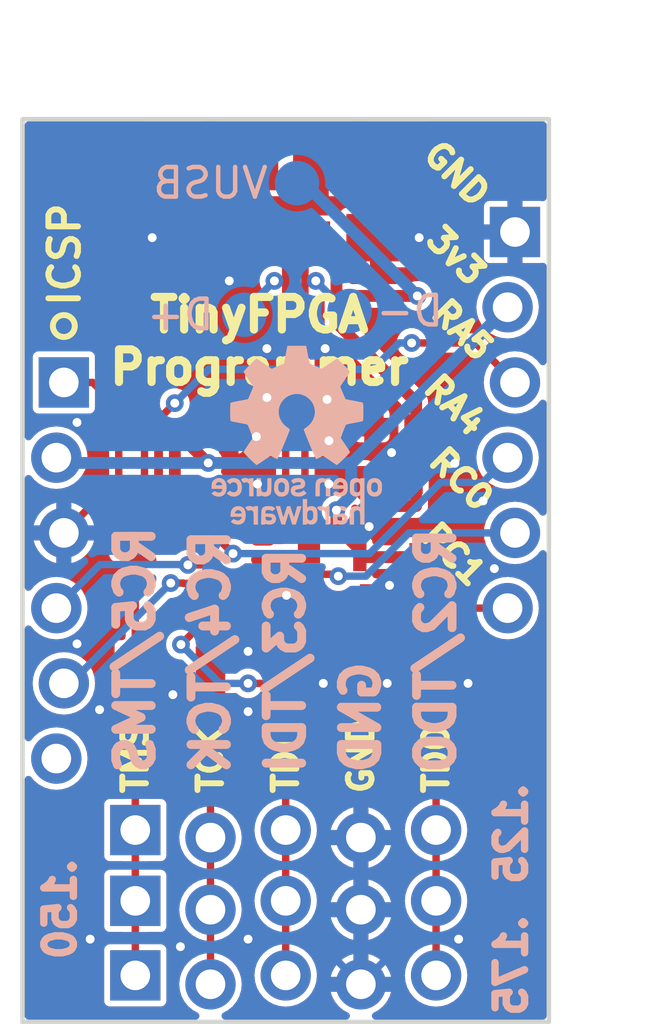
<source format=kicad_pcb>
(kicad_pcb (version 20221018) (generator pcbnew)
  (layers (0 "F.Cu" signal) (31 "B.Cu" signal) (34 "B.Paste" user) (35 "F.Paste" user) (36 "B.SilkS" user "B.Silkscreen") (37 "F.SilkS" user "F.Silkscreen") (38 "B.Mask" user) (39 "F.Mask" user) (44 "Edge.Cuts" user))
  (net 0 "")
  (net 1 "+5V")
  (net 2 "GND")
  (net 3 "+3V3")
  (net 4 "Net-(C4-Pad2)")
  (net 5 "Net-(J1-Pad2)")
  (net 6 "Net-(J1-Pad3)")
  (net 7 "Net-(J1-Pad4)")
  (net 8 "Net-(J2-Pad1)")
  (net 9 "Net-(J2-Pad2)")
  (net 10 "Net-(J2-Pad3)")
  (net 11 "Net-(J2-Pad5)")
  (net 12 "VPP")
  (net 13 "ICSPDAT")
  (net 14 "ICSPCLK")
  (net 15 "Net-(J3-Pad6)")
  (net 16 "RA4")
  (net 17 "RA5")
  (footprint "Capacitors_SMD:C_0603" (layer "F.Cu") (at 150.9776 110.6678 180)
    (fp_text reference "C1")
    (fp_text value "1uF")
    (pad "1" smd rect (at -0.75 0 180) (size 0.8 0.75) (layers "F.Cu" "F.Paste" "F.Mask") (net 1 "+5V"))
    (pad "2" smd rect (at 0.75 0 180) (size 0.8 0.75) (layers "F.Cu" "F.Paste" "F.Mask") (net 2 "GND"))
  )
  (footprint "Capacitors_SMD:C_0603" (layer "F.Cu") (at 150.9776 116.4082 180)
    (fp_text reference "C2")
    (fp_text value "1uF")
    (pad "1" smd rect (at -0.75 0 180) (size 0.8 0.75) (layers "F.Cu" "F.Paste" "F.Mask") (net 3 "+3V3"))
    (pad "2" smd rect (at 0.75 0 180) (size 0.8 0.75) (layers "F.Cu" "F.Paste" "F.Mask") (net 2 "GND"))
  )
  (footprint "Capacitors_SMD:C_0603" (layer "F.Cu") (at 144.5514 111.0488)
    (fp_text reference "C3")
    (fp_text value "100nF")
    (pad "1" smd rect (at -0.75 0) (size 0.8 0.75) (layers "F.Cu" "F.Paste" "F.Mask") (net 3 "+3V3"))
    (pad "2" smd rect (at 0.75 0) (size 0.8 0.75) (layers "F.Cu" "F.Paste" "F.Mask") (net 2 "GND"))
  )
  (footprint "Capacitors_SMD:C_0603" (layer "F.Cu") (at 148.1074 115.6716 90)
    (fp_text reference "C4")
    (fp_text value "1uF")
    (pad "1" smd rect (at -0.75 0 90) (size 0.8 0.75) (layers "F.Cu" "F.Paste" "F.Mask") (net 2 "GND"))
    (pad "2" smd rect (at 0.75 0 90) (size 0.8 0.75) (layers "F.Cu" "F.Paste" "F.Mask") (net 4 "Net-(C4-Pad2)"))
  )
  (footprint "Pin_Headers:Pin_Header_Straight_1x05_Pitch2.54mm" (layer "F.Cu") (at 142.24 124.46 90)
    (fp_text reference "J2")
    (fp_text value "JTAG" hide)
    (pad "1" thru_hole rect (at 0.127 0 90) (size 1.7 1.7) (drill 1) (layers "*.Cu" "*.Mask") (net 8 "Net-(J2-Pad1)"))
    (pad "2" thru_hole oval (at -0.127 2.54 90) (size 1.7 1.7) (drill 1) (layers "*.Cu" "*.Mask") (net 9 "Net-(J2-Pad2)"))
    (pad "3" thru_hole oval (at 0.127 5.08 90) (size 1.7 1.7) (drill 1) (layers "*.Cu" "*.Mask") (net 10 "Net-(J2-Pad3)"))
    (pad "4" thru_hole oval (at -0.127 7.62 90) (size 1.7 1.7) (drill 1) (layers "*.Cu" "*.Mask") (net 2 "GND"))
    (pad "5" thru_hole oval (at 0.127 10.16 90) (size 1.7 1.7) (drill 1) (layers "*.Cu" "*.Mask") (net 11 "Net-(J2-Pad5)"))
  )
  (footprint "Pin_Headers:Pin_Header_Straight_1x06_Pitch2.54mm" (layer "F.Cu") (at 139.7 109.22)
    (fp_text reference "J3")
    (fp_text value "ICSP" (at 0.1524 -4.318 90) (layer "F.SilkS") (effects (font (thickness 0.2))))
    (pad "1" thru_hole rect (at 0.127 0) (size 1.7 1.7) (drill 1) (layers "*.Cu" "*.Mask") (net 12 "VPP"))
    (pad "2" thru_hole oval (at -0.127 2.54) (size 1.7 1.7) (drill 1) (layers "*.Cu" "*.Mask") (net 3 "+3V3"))
    (pad "3" thru_hole oval (at 0.127 5.08) (size 1.7 1.7) (drill 1) (layers "*.Cu" "*.Mask") (net 2 "GND"))
    (pad "4" thru_hole oval (at -0.127 7.62) (size 1.7 1.7) (drill 1) (layers "*.Cu" "*.Mask") (net 13 "ICSPDAT"))
    (pad "5" thru_hole oval (at 0.127 10.16) (size 1.7 1.7) (drill 1) (layers "*.Cu" "*.Mask") (net 14 "ICSPCLK"))
    (pad "6" thru_hole oval (at -0.127 12.7) (size 1.7 1.7) (drill 1) (layers "*.Cu" "*.Mask") (net 15 "Net-(J3-Pad6)"))
  )
  (footprint "Housings_DFN_QFN:QFN-16-1EP_4x4mm_Pitch0.65mm" (layer "F.Cu") (at 144.5514 114.8788)
    (fp_text reference "U1")
    (fp_text value "PIC16F1455-QFN16")
    (pad "1" smd oval (at -2 -0.975) (size 0.8 0.35) (layers "F.Cu" "F.Paste" "F.Mask") (net 17 "RA5"))
    (pad "2" smd oval (at -2 -0.325) (size 0.8 0.35) (layers "F.Cu" "F.Paste" "F.Mask") (net 16 "RA4"))
    (pad "3" smd oval (at -2 0.325) (size 0.8 0.35) (layers "F.Cu" "F.Paste" "F.Mask") (net 12 "VPP"))
    (pad "4" smd oval (at -2 0.975) (size 0.8 0.35) (layers "F.Cu" "F.Paste" "F.Mask") (net 8 "Net-(J2-Pad1)"))
    (pad "5" smd oval (at -0.975 2 90) (size 0.8 0.35) (layers "F.Cu" "F.Paste" "F.Mask") (net 9 "Net-(J2-Pad2)"))
    (pad "6" smd oval (at -0.325 2 90) (size 0.8 0.35) (layers "F.Cu" "F.Paste" "F.Mask") (net 10 "Net-(J2-Pad3)"))
    (pad "7" smd oval (at 0.325 2 90) (size 0.8 0.35) (layers "F.Cu" "F.Paste" "F.Mask") (net 11 "Net-(J2-Pad5)"))
    (pad "8" smd oval (at 0.975 2 90) (size 0.8 0.35) (layers "F.Cu" "F.Paste" "F.Mask") (net 14 "ICSPCLK"))
    (pad "9" smd oval (at 2 0.975) (size 0.8 0.35) (layers "F.Cu" "F.Paste" "F.Mask") (net 13 "ICSPDAT"))
    (pad "10" smd oval (at 2 0.325) (size 0.8 0.35) (layers "F.Cu" "F.Paste" "F.Mask") (net 4 "Net-(C4-Pad2)"))
    (pad "11" smd oval (at 2 -0.325) (size 0.8 0.35) (layers "F.Cu" "F.Paste" "F.Mask") (net 5 "Net-(J1-Pad2)"))
    (pad "12" smd oval (at 2 -0.975) (size 0.8 0.35) (layers "F.Cu" "F.Paste" "F.Mask") (net 6 "Net-(J1-Pad3)"))
    (pad "13" smd oval (at 0.975 -2 90) (size 0.8 0.35) (layers "F.Cu" "F.Paste" "F.Mask") (net 2 "GND"))
    (pad "14" smd oval (at 0.325 -2 90) (size 0.8 0.35) (layers "F.Cu" "F.Paste" "F.Mask"))
    (pad "15" smd oval (at -0.325 -2 90) (size 0.8 0.35) (layers "F.Cu" "F.Paste" "F.Mask"))
    (pad "16" smd oval (at -0.975 -2 90) (size 0.8 0.35) (layers "F.Cu" "F.Paste" "F.Mask") (net 3 "+3V3"))
  )
  (footprint "TinyFPGA:FCI-Micro-USB" (layer "F.Cu") (at 147.32 101.7825 180)
    (fp_text reference "J1")
    (fp_text value "USB")
    (pad "1" smd rect (at -1.3 -2.675 270) (size 1.35 0.4) (layers "F.Cu" "F.Paste" "F.Mask") (net 1 "+5V"))
    (pad "2" smd rect (at -0.65 -2.675 270) (size 1.35 0.4) (layers "F.Cu" "F.Paste" "F.Mask") (net 5 "Net-(J1-Pad2)"))
    (pad "3" smd rect (at 0 -2.675 270) (size 1.35 0.4) (layers "F.Cu" "F.Paste" "F.Mask") (net 6 "Net-(J1-Pad3)"))
    (pad "4" smd rect (at 0.65 -2.675 270) (size 1.35 0.4) (layers "F.Cu" "F.Paste" "F.Mask") (net 7 "Net-(J1-Pad4)"))
    (pad "5" smd rect (at 1.3 -2.675 270) (size 1.35 0.4) (layers "F.Cu" "F.Paste" "F.Mask") (net 2 "GND"))
    (pad "6" smd rect (at -3.8 0 270) (size 1.9 1.8) (layers "F.Cu" "F.Paste" "F.Mask") (net 2 "GND"))
    (pad "6" smd rect (at -3.1 -2.55 180) (size 2.1 1.6) (layers "F.Cu" "F.Paste" "F.Mask") (net 2 "GND"))
    (pad "6" smd rect (at -1.2 0 270) (size 1.9 1.9) (layers "F.Cu" "F.Paste" "F.Mask") (net 2 "GND"))
    (pad "6" smd rect (at 1.2 0 270) (size 1.9 1.9) (layers "F.Cu" "F.Paste" "F.Mask") (net 2 "GND"))
    (pad "6" smd rect (at 3.1 -2.55 180) (size 2.1 1.6) (layers "F.Cu" "F.Paste" "F.Mask") (net 2 "GND"))
    (pad "6" smd rect (at 3.8 0 270) (size 1.9 1.8) (layers "F.Cu" "F.Paste" "F.Mask") (net 2 "GND"))
  )
  (footprint "TinyFPGA:SOT23" (layer "F.Cu") (at 150.7744 113.8174)
    (fp_text reference "U2")
    (fp_text value "MIC5504-3.3YM5-TR")
    (pad "1" smd rect (at 0.95 -1.3) (size 0.45 0.95) (layers "F.Cu" "F.Paste" "F.Mask") (net 1 "+5V"))
    (pad "2" smd rect (at 0 -1.3) (size 0.45 0.95) (layers "F.Cu" "F.Paste" "F.Mask") (net 2 "GND"))
    (pad "3" smd rect (at -0.95 -1.3) (size 0.45 0.95) (layers "F.Cu" "F.Paste" "F.Mask") (net 1 "+5V"))
    (pad "4" smd rect (at -0.95 1.3) (size 0.45 0.95) (layers "F.Cu" "F.Paste" "F.Mask") (net 3 "+3V3"))
    (pad "5" smd rect (at 0.95 1.3) (size 0.45 0.95) (layers "F.Cu" "F.Paste" "F.Mask") (net 3 "+3V3"))
  )
  (footprint "Pin_Headers:Pin_Header_Straight_1x05_Pitch2.54mm" (layer "F.Cu") (at 142.24 126.873 90)
    (fp_text reference "J2")
    (fp_text value "JTAG" hide)
    (pad "1" thru_hole rect (at 0.15 0 90) (size 1.7 1.7) (drill 1) (layers "*.Cu" "*.Mask") (net 8 "Net-(J2-Pad1)"))
    (pad "2" thru_hole oval (at -0.15 2.54 90) (size 1.7 1.7) (drill 1) (layers "*.Cu" "*.Mask") (net 9 "Net-(J2-Pad2)"))
    (pad "3" thru_hole oval (at 0.15 5.08 90) (size 1.7 1.7) (drill 1) (layers "*.Cu" "*.Mask") (net 10 "Net-(J2-Pad3)"))
    (pad "4" thru_hole oval (at -0.15 7.62 90) (size 1.7 1.7) (drill 1) (layers "*.Cu" "*.Mask") (net 2 "GND"))
    (pad "5" thru_hole oval (at 0.15 10.16 90) (size 1.7 1.7) (drill 1) (layers "*.Cu" "*.Mask") (net 11 "Net-(J2-Pad5)"))
  )
  (footprint "Pin_Headers:Pin_Header_Straight_1x05_Pitch2.54mm" (layer "F.Cu") (at 142.24 129.39 90)
    (fp_text reference "J2")
    (fp_text value "JTAG" hide)
    (pad "1" thru_hole rect (at 0.15 0 90) (size 1.7 1.7) (drill 1) (layers "*.Cu" "*.Mask") (net 8 "Net-(J2-Pad1)"))
    (pad "2" thru_hole oval (at -0.15 2.54 90) (size 1.7 1.7) (drill 1) (layers "*.Cu" "*.Mask") (net 9 "Net-(J2-Pad2)"))
    (pad "3" thru_hole oval (at 0.15 5.08 90) (size 1.7 1.7) (drill 1) (layers "*.Cu" "*.Mask") (net 10 "Net-(J2-Pad3)"))
    (pad "4" thru_hole oval (at -0.15 7.62 90) (size 1.7 1.7) (drill 1) (layers "*.Cu" "*.Mask") (net 2 "GND"))
    (pad "5" thru_hole oval (at 0.15 10.16 90) (size 1.7 1.7) (drill 1) (layers "*.Cu" "*.Mask") (net 11 "Net-(J2-Pad5)"))
  )
  (footprint "TinyFPGA:Pin_Header_Straight_1x05_Pitch2.54mm_SMD" (layer "F.Cu") (at 147.32 119.38 90)
    (fp_text reference "J2" hide)
    (fp_text value "JTAG")
    (pad "1" smd rect (at 0 -5.08 90) (size 2.51 1) (layers "F.Cu" "F.Paste" "F.Mask") (net 8 "Net-(J2-Pad1)"))
    (pad "2" smd rect (at 0 -2.54 90) (size 2.51 1) (layers "F.Cu" "F.Paste" "F.Mask") (net 9 "Net-(J2-Pad2)"))
    (pad "3" smd rect (at 0 0 90) (size 2.51 1) (layers "F.Cu" "F.Paste" "F.Mask") (net 10 "Net-(J2-Pad3)"))
    (pad "4" smd rect (at 0 2.54 90) (size 2.51 1) (layers "F.Cu" "F.Paste" "F.Mask") (net 2 "GND"))
    (pad "5" smd rect (at 0 5.08 90) (size 2.51 1) (layers "F.Cu" "F.Paste" "F.Mask") (net 11 "Net-(J2-Pad5)"))
  )
  (footprint "Pin_Headers:Pin_Header_Straight_1x06_Pitch2.54mm" (layer "F.Cu") (at 154.94 104.14)
    (fp_text reference "J4" hide)
    (fp_text value "CONN_01X06")
    (pad "1" thru_hole rect (at 0.125 0) (size 1.7 1.7) (drill 1) (layers "*.Cu" "*.Mask") (net 2 "GND"))
    (pad "2" thru_hole oval (at -0.125 2.54) (size 1.7 1.7) (drill 1) (layers "*.Cu" "*.Mask") (net 3 "+3V3"))
    (pad "3" thru_hole oval (at 0.125 5.08) (size 1.7 1.7) (drill 1) (layers "*.Cu" "*.Mask") (net 17 "RA5"))
    (pad "4" thru_hole oval (at -0.125 7.62) (size 1.7 1.7) (drill 1) (layers "*.Cu" "*.Mask") (net 16 "RA4"))
    (pad "5" thru_hole oval (at 0.125 10.16) (size 1.7 1.7) (drill 1) (layers "*.Cu" "*.Mask") (net 13 "ICSPDAT"))
    (pad "6" thru_hole oval (at -0.125 12.7) (size 1.7 1.7) (drill 1) (layers "*.Cu" "*.Mask") (net 14 "ICSPCLK"))
  )
  (footprint "Measurement_Points:Measurement_Point_Round-SMD-Pad_Small" (layer "B.Cu") (at 145.923 106.934)
    (fp_text reference "D+" (at -2.159 0) (layer "B.SilkS") (effects (justify mirror)))
    (fp_text value "TEST")
    (pad "1" smd circle (at 0 0) (size 1.5 1.5) (layers "B.Cu" "B.Mask") (net 6 "Net-(J1-Pad3)"))
  )
  (footprint "Measurement_Points:Measurement_Point_Round-SMD-Pad_Small" (layer "B.Cu") (at 149.479 106.807)
    (fp_text reference "D-" (at 2.032 0) (layer "B.SilkS") (effects (justify mirror)))
    (fp_text value "TEST")
    (pad "1" smd circle (at 0 0) (size 1.5 1.5) (layers "B.Cu" "B.Mask") (net 5 "Net-(J1-Pad2)"))
  )
  (footprint "Measurement_Points:Measurement_Point_Round-SMD-Pad_Small" (layer "B.Cu") (at 147.701 102.489)
    (fp_text reference "VUSB" (at -2.921 0) (layer "B.SilkS") (effects (justify mirror)))
    (fp_text value "TEST")
    (pad "1" smd circle (at 0 0) (size 1.5 1.5) (layers "B.Cu" "B.Mask") (net 1 "+5V"))
  )
  (footprint "Symbols:OSHW-Logo_5.7x6mm_SilkScreen" (layer "B.Cu") (at 147.701 110.998 180)
    (fp_text reference "REF***" hide)
    (fp_text value "OSHW-Logo_5.7x6mm_SilkScreen" hide)
  )
  (gr_circle (center 139.827 107.315) (end 140.1826 107.2134) (stroke (width 0.2)) (fill none) (layer "F.SilkS"))
  (gr_line (start 156.21 100.33) (end 138.43 100.33) (stroke (width 0.15)) (layer "Edge.Cuts"))
  (gr_line (start 138.43 100.33) (end 138.43 130.81) (stroke (width 0.15)) (layer "Edge.Cuts"))
  (gr_line (start 138.43 130.81) (end 156.21 130.81) (stroke (width 0.15)) (layer "Edge.Cuts"))
  (gr_line (start 156.21 130.81) (end 156.21 100.33) (stroke (width 0.15)) (layer "Edge.Cuts"))
  (gr_text "RC5/TMS" (at 142.24 122.555 90) (layer "B.SilkS") (effects (font (size 1.2 1.2) (thickness 0.3)) (justify right mirror)))
  (gr_text "RC4/TCK" (at 144.78 122.555 90) (layer "B.SilkS") (effects (font (size 1.2 1.2) (thickness 0.3)) (justify right mirror)))
  (gr_text "RC3/TDI" (at 147.32 122.555 90) (layer "B.SilkS") (effects (font (size 1.2 1.2) (thickness 0.3)) (justify right mirror)))
  (gr_text "GND" (at 149.86 122.555 90) (layer "B.SilkS") (effects (font (size 1.2 1.2) (thickness 0.3)) (justify right mirror)))
  (gr_text "RC2/TDO" (at 152.4 122.555 90) (layer "B.SilkS") (effects (font (size 1.2 1.2) (thickness 0.3)) (justify right mirror)))
  (gr_text ".150" (at 139.7 127 90) (layer "B.SilkS") (effects (font (size 1 1) (thickness 0.25)) (justify mirror)))
  (gr_text ".175" (at 154.94 128.905 90) (layer "B.SilkS") (effects (font (size 1 1) (thickness 0.25)) (justify mirror)))
  (gr_text ".125" (at 154.94 124.46 90) (layer "B.SilkS") (effects (font (size 1 1) (thickness 0.25)) (justify mirror)))
  (gr_text "TCK" (at 144.78 123.19 90) (layer "F.SilkS") (effects (font (size 0.8 0.8) (thickness 0.2)) (justify left)))
  (gr_text "TDI" (at 147.32 123.19 90) (layer "F.SilkS") (effects (font (size 0.8 0.8) (thickness 0.2)) (justify left)))
  (gr_text "GND" (at 149.86 123.19 90) (layer "F.SilkS") (effects (font (size 0.8 0.8) (thickness 0.2)) (justify left)))
  (gr_text "TDO" (at 152.4 123.19 90) (layer "F.SilkS") (effects (font (size 0.8 0.8) (thickness 0.2)) (justify left)))
  (gr_text "3v3" (at 153.924 105.791 315) (layer "F.SilkS") (effects (font (size 0.8 0.8) (thickness 0.2)) (justify right)))
  (gr_text "RA5" (at 154.178 108.331 315) (layer "F.SilkS") (effects (font (size 0.8 0.8) (thickness 0.2)) (justify right)))
  (gr_text "RA4" (at 153.924 110.871 315) (layer "F.SilkS") (effects (font (size 0.8 0.8) (thickness 0.2)) (justify right)))
  (gr_text "RC0" (at 154.178 113.411 315) (layer "F.SilkS") (effects (font (size 0.8 0.8) (thickness 0.2)) (justify right)))
  (gr_text "RC1" (at 153.924 115.951 315) (layer "F.SilkS") (effects (font (size 0.8 0.8) (thickness 0.2)) (justify right)))
  (gr_text "TMS" (at 142.24 123.19 90) (layer "F.SilkS") (effects (font (size 0.8 0.8) (thickness 0.2)) (justify left)))
  (gr_text "GND" (at 154.051 103.124 315) (layer "F.SilkS") (effects (font (size 0.8 0.8) (thickness 0.2)) (justify right)))
  (gr_text "TinyFPGA\nProgrammer" (at 146.431 107.823) (layer "F.SilkS") (effects (font (size 1.1 1.1) (thickness 0.275))))
  (segment (start 151.7244 112.5174) (end 151.7244 113.3924) (width 0.4) (layer "F.Cu") (net 1))
  (segment (start 150.328877 113.3924) (end 149.8244 112.887923) (width 0.4) (layer "F.Cu") (net 1))
  (segment (start 151.7276 112.5142) (end 151.7244 112.5174) (width 0.4) (layer "F.Cu") (net 1))
  (segment (start 151.7276 110.6678) (end 151.7276 112.5142) (width 0.4) (layer "F.Cu") (net 1))
  (segment (start 148.62 104.4575) (end 148.62 105.038996) (width 0.4) (layer "F.Cu") (net 1))
  (segment (start 149.8244 112.5174) (end 149.8244 112.7674) (width 0.25) (layer "F.Cu") (net 1))
  (segment (start 149.8244 112.887923) (end 149.8244 112.5174) (width 0.4) (layer "F.Cu") (net 1))
  (segment (start 149.036002 107.201202) (end 151.7276 109.8928) (width 0.4) (layer "F.Cu") (net 1))
  (segment (start 151.7244 112.7674) (end 151.7244 112.5174) (width 0.25) (layer "F.Cu") (net 1))
  (segment (start 149.036002 106.299) (end 149.036002 107.201202) (width 0.4) (layer "F.Cu") (net 1))
  (segment (start 149.036002 105.454998) (end 149.036002 106.299) (width 0.4) (layer "F.Cu") (net 1))
  (segment (start 151.7244 113.3924) (end 150.328877 113.3924) (width 0.4) (layer "F.Cu") (net 1))
  (segment (start 151.7276 109.8928) (end 151.7276 110.6678) (width 0.4) (layer "F.Cu") (net 1))
  (segment (start 149.036002 106.299) (end 151.765 106.299) (width 0.4) (layer "F.Cu") (net 1))
  (segment (start 148.62 105.038996) (end 149.036002 105.454998) (width 0.4) (layer "F.Cu") (net 1))
  (via (at 151.765 106.299) (size 0.6) (drill 0.3) (layers "F.Cu" "B.Cu") (net 1))
  (segment (start 151.765 106.299) (end 147.955 102.489) (width 0.4) (layer "B.Cu") (net 1))
  (segment (start 147.955 102.489) (end 147.701 102.489) (width 0.4) (layer "B.Cu") (net 1))
  (segment (start 153.687501 113.520499) (end 153.687501 114.825501) (width 0.25) (layer "F.Cu") (net 2))
  (segment (start 153.035 111.9505) (end 153.035 112.268) (width 0.25) (layer "F.Cu") (net 2))
  (segment (start 148.717 108.1405) (end 148.6535 108.077) (width 0.25) (layer "F.Cu") (net 2))
  (segment (start 148.1074 116.4216) (end 147.3588 116.4216) (width 0.25) (layer "F.Cu") (net 2))
  (segment (start 153.9875 113.2205) (end 153.687501 113.520499) (width 0.25) (layer "F.Cu") (net 2))
  (segment (start 153.687501 114.825501) (end 154.3685 115.5065) (width 0.25) (layer "F.Cu") (net 2))
  (segment (start 150.896551 112.395249) (end 150.7744 112.5174) (width 0.25) (layer "F.Cu") (net 2))
  (segment (start 149.3012 110.6678) (end 148.7805 111.1885) (width 0.25) (layer "F.Cu") (net 2))
  (segment (start 150.489998 116.4082) (end 150.527589 116.370609) (width 0.25) (layer "F.Cu") (net 2))
  (segment (start 148.7805 109.855) (end 148.717 109.7915) (width 0.25) (layer "F.Cu") (net 2))
  (segment (start 146.02 104.4575) (end 146.02 105.186) (width 0.25) (layer "F.Cu") (net 2))
  (segment (start 150.2276 110.6678) (end 150.2526 110.6678) (width 0.25) (layer "F.Cu") (net 2))
  (segment (start 141.0335 118.8085) (end 140.2715 118.0465) (width 0.25) (layer "F.Cu") (net 2))
  (segment (start 150.527589 116.370609) (end 150.827588 116.07061) (width 0.25) (layer "F.Cu") (net 2))
  (segment (start 146.3294 110.0836) (end 146.685 109.728) (width 0.4) (layer "F.Cu") (net 2))
  (segment (start 148.7805 111.1885) (end 148.7805 112.649) (width 0.25) (layer "F.Cu") (net 2))
  (segment (start 146.3294 112.6109) (end 146.3675 112.649) (width 0.4) (layer "F.Cu") (net 2))
  (segment (start 139.827 114.3) (end 140.748001 113.378999) (width 0.25) (layer "F.Cu") (net 2))
  (segment (start 150.2276 110.6678) (end 149.3012 110.6678) (width 0.25) (layer "F.Cu") (net 2))
  (segment (start 149.86 128.225081) (end 149.86 129.54) (width 0.25) (layer "F.Cu") (net 2))
  (segment (start 140.748001 113.378999) (end 140.748001 111.046503) (width 0.25) (layer "F.Cu") (net 2))
  (segment (start 149.86 127.023) (end 149.86 128.225081) (width 0.25) (layer "F.Cu") (net 2))
  (segment (start 148.7805 111.1885) (end 148.7805 109.855) (width 0.25) (layer "F.Cu") (net 2))
  (segment (start 150.2276 116.4082) (end 150.489998 116.4082) (width 0.25) (layer "F.Cu") (net 2))
  (segment (start 149.86 120.885) (end 149.86 124.587) (width 0.25) (layer "F.Cu") (net 2))
  (segment (start 145.5264 112.8788) (end 145.5264 111.2738) (width 0.4) (layer "F.Cu") (net 2))
  (segment (start 150.139241 114.086581) (end 153.121419 114.086581) (width 0.25) (layer "F.Cu") (net 2))
  (segment (start 150.896551 111.588413) (end 150.896551 112.395249) (width 0.25) (layer "F.Cu") (net 2))
  (segment (start 145.3014 111.0488) (end 146.3294 111.0488) (width 0.4) (layer "F.Cu") (net 2))
  (segment (start 151.8265 104.3325) (end 151.8285 104.3305) (width 0.25) (layer "F.Cu") (net 2))
  (segment (start 149.86 119.38) (end 149.86 120.885) (width 0.25) (layer "F.Cu") (net 2))
  (segment (start 149.86 119.38) (end 150.749 119.38) (width 0.25) (layer "F.Cu") (net 2))
  (segment (start 146.685 109.728) (end 146.685 108.077) (width 0.4) (layer "F.Cu") (net 2))
  (segment (start 146.02 105.186) (end 145.415 105.791) (width 0.25) (layer "F.Cu") (net 2))
  (segment (start 140.748001 111.046503) (end 140.2715 110.570002) (width 0.25) (layer "F.Cu") (net 2))
  (segment (start 142.8135 104.3325) (end 142.8115 104.3305) (width 0.25) (layer "F.Cu") (net 2))
  (segment (start 153.121419 114.086581) (end 153.9875 113.2205) (width 0.25) (layer "F.Cu") (net 2))
  (segment (start 146.3294 111.0488) (end 146.3294 112.6109) (width 0.4) (layer "F.Cu") (net 2))
  (segment (start 141.0335 120.269) (end 141.0335 118.8085) (width 0.25) (layer "F.Cu") (net 2))
  (segment (start 150.42 104.3325) (end 151.8265 104.3325) (width 0.25) (layer "F.Cu") (net 2))
  (segment (start 147.3588 116.4216) (end 147.3454 116.4082) (width 0.25) (layer "F.Cu") (net 2))
  (segment (start 146.3294 111.0488) (end 146.3294 110.0836) (width 0.4) (layer "F.Cu") (net 2))
  (segment (start 144.22 104.3325) (end 142.8135 104.3325) (width 0.25) (layer "F.Cu") (net 2))
  (segment (start 145.5264 111.2738) (end 145.3014 111.0488) (width 0.4) (layer "F.Cu") (net 2))
  (segment (start 153.035 112.268) (end 153.9875 113.2205) (width 0.25) (layer "F.Cu") (net 2))
  (segment (start 149.86 124.587) (end 149.86 127.023) (width 0.25) (layer "F.Cu") (net 2))
  (segment (start 148.717 109.7915) (end 148.717 108.1405) (width 0.25) (layer "F.Cu") (net 2))
  (via (at 143.51 119.761) (size 0.6) (drill 0.3) (layers "F.Cu" "B.Cu") (net 2))
  (via (at 146.685 108.077) (size 0.6) (drill 0.3) (layers "F.Cu" "B.Cu") (net 2))
  (via (at 151.8285 104.3305) (size 0.6) (drill 0.3) (layers "F.Cu" "B.Cu") (net 2))
  (via (at 146.05 120.3325) (size 0.6) (drill 0.3) (layers "F.Cu" "B.Cu") (net 2))
  (via (at 141.0335 120.269) (size 0.6) (drill 0.3) (layers "F.Cu" "B.Cu") (net 2))
  (via (at 146.05 128.016) (size 0.6) (drill 0.3) (layers "F.Cu" "B.Cu") (net 2))
  (via (at 140.716 128.016) (size 0.6) (drill 0.3) (layers "F.Cu" "B.Cu") (net 2))
  (via (at 150.896551 111.588413) (size 0.6) (drill 0.3) (layers "F.Cu" "B.Cu") (net 2))
  (via (at 142.8115 104.3305) (size 0.6) (drill 0.3) (layers "F.Cu" "B.Cu") (net 2))
  (via (at 148.7805 112.649) (size 0.6) (drill 0.3) (layers "F.Cu" "B.Cu") (net 2))
  (via (at 153.9875 113.2205) (size 0.6) (drill 0.3) (layers "F.Cu" "B.Cu") (net 2))
  (via (at 150.139241 114.086581) (size 0.6) (drill 0.3) (layers "F.Cu" "B.Cu") (net 2))
  (via (at 147.3454 116.4082) (size 0.6) (drill 0.3) (layers "F.Cu" "B.Cu") (net 2))
  (via (at 153.035 111.9505) (size 0.6) (drill 0.3) (layers "F.Cu" "B.Cu") (net 2))
  (via (at 146.3294 111.0488) (size 0.6) (drill 0.3) (layers "F.Cu" "B.Cu") (net 2))
  (via (at 146.685 109.728) (size 0.6) (drill 0.3) (layers "F.Cu" "B.Cu") (net 2))
  (via (at 146.05 118.3005) (size 0.6) (drill 0.3) (layers "F.Cu" "B.Cu") (net 2))
  (via (at 154.3685 115.5065) (size 0.6) (drill 0.3) (layers "F.Cu" "B.Cu") (net 2))
  (via (at 148.59 119.38) (size 0.6) (drill 0.3) (layers "F.Cu" "B.Cu") (net 2))
  (via (at 140.2715 110.570002) (size 0.6) (drill 0.3) (layers "F.Cu" "B.Cu") (net 2))
  (via (at 150.827588 116.07061) (size 0.6) (drill 0.3) (layers "F.Cu" "B.Cu") (net 2))
  (via (at 148.7805 111.1885) (size 0.6) (drill 0.3) (layers "F.Cu" "B.Cu") (net 2))
  (via (at 150.749 119.38) (size 0.6) (drill 0.3) (layers "F.Cu" "B.Cu") (net 2))
  (via (at 153.4795 119.38) (size 0.6) (drill 0.3) (layers "F.Cu" "B.Cu") (net 2))
  (via (at 148.717 109.7915) (size 0.6) (drill 0.3) (layers "F.Cu" "B.Cu") (net 2))
  (via (at 146.3675 112.649) (size 0.6) (drill 0.3) (layers "F.Cu" "B.Cu") (net 2))
  (via (at 153.162 128.016) (size 0.6) (drill 0.3) (layers "F.Cu" "B.Cu") (net 2))
  (via (at 148.6535 108.077) (size 0.6) (drill 0.3) (layers "F.Cu" "B.Cu") (net 2))
  (via (at 145.415 105.791) (size 0.6) (drill 0.3) (layers "F.Cu" "B.Cu") (net 2))
  (via (at 143.764 128.27) (size 0.6) (drill 0.3) (layers "F.Cu" "B.Cu") (net 2))
  (via (at 140.2715 118.0465) (size 0.6) (drill 0.3) (layers "F.Cu" "B.Cu") (net 2))
  (segment (start 148.914888 112.90576) (end 148.732362 112.90576) (width 0.25) (layer "B.Cu") (net 2))
  (segment (start 146.05 128.016) (end 145.796 128.27) (width 0.25) (layer "B.Cu") (net 2))
  (segment (start 148.732362 114.155762) (end 149.332364 114.155762) (width 0.25) (layer "B.Cu") (net 2))
  (segment (start 149.86 129.54) (end 151.335001 128.064999) (width 0.25) (layer "B.Cu") (net 2))
  (segment (start 144.0815 120.3325) (end 143.51 119.761) (width 0.25) (layer "B.Cu") (net 2))
  (segment (start 146.3675 112.649) (end 148.7805 112.649) (width 0.4) (layer "B.Cu") (net 2))
  (segment (start 148.407362 113.23076) (end 148.407362 113.830762) (width 0.25) (layer "B.Cu") (net 2))
  (segment (start 143.464001 127.970001) (end 140.761999 127.970001) (width 0.25) (layer "B.Cu") (net 2))
  (segment (start 151.335001 128.064999) (end 153.113001 128.064999) (width 0.25) (layer "B.Cu") (net 2))
  (segment (start 148.7805 112.649) (end 149.006787 112.649) (width 0.25) (layer "B.Cu") (net 2))
  (segment (start 151.391698 115.5065) (end 150.827588 116.07061) (width 0.25) (layer "B.Cu") (net 2))
  (segment (start 148.59 119.38) (end 147.0025 119.38) (width 0.25) (layer "B.Cu") (net 2))
  (segment (start 149.883422 113.830762) (end 150.139241 114.086581) (width 0.25) (layer "B.Cu") (net 2))
  (segment (start 149.332364 114.155762) (end 149.657364 113.830762) (width 0.25) (layer "B.Cu") (net 2))
  (segment (start 147.3454 117.0051) (end 146.05 118.3005) (width 0.25) (layer "B.Cu") (net 2))
  (segment (start 149.657364 113.830762) (end 149.883422 113.830762) (width 0.25) (layer "B.Cu") (net 2))
  (segment (start 142.8115 108.454266) (end 142.8115 104.754764) (width 0.25) (layer "B.Cu") (net 2))
  (segment (start 148.732362 112.90576) (end 148.407362 113.23076) (width 0.25) (layer "B.Cu") (net 2))
  (segment (start 140.2715 110.570002) (end 140.695764 110.570002) (width 0.25) (layer "B.Cu") (net 2))
  (segment (start 149.006787 112.649) (end 149.006787 112.813861) (width 0.25) (layer "B.Cu") (net 2))
  (segment (start 147.3454 116.4082) (end 147.3454 117.0051) (width 0.25) (layer "B.Cu") (net 2))
  (segment (start 145.796 128.27) (end 143.764 128.27) (width 0.25) (layer "B.Cu") (net 2))
  (segment (start 150.749 119.38) (end 153.4795 119.38) (width 0.25) (layer "B.Cu") (net 2))
  (segment (start 150.896551 111.588413) (end 152.672913 111.588413) (width 0.25) (layer "B.Cu") (net 2))
  (segment (start 150.749 119.38) (end 148.59 119.38) (width 0.25) (layer "B.Cu") (net 2))
  (segment (start 140.695764 110.570002) (end 142.8115 108.454266) (width 0.25) (layer "B.Cu") (net 2))
  (segment (start 154.3685 115.5065) (end 153.4795 116.3955) (width 0.25) (layer "B.Cu") (net 2))
  (segment (start 147.0025 119.38) (end 146.05 120.3325) (width 0.25) (layer "B.Cu") (net 2))
  (segment (start 149.86 129.54) (end 148.336 128.016) (width 0.25) (layer "B.Cu") (net 2))
  (segment (start 154.3685 115.5065) (end 151.391698 115.5065) (width 0.25) (layer "B.Cu") (net 2))
  (segment (start 148.336 128.016) (end 146.05 128.016) (width 0.25) (layer "B.Cu") (net 2))
  (segment (start 141.5415 119.761) (end 141.0335 120.269) (width 0.25) (layer "B.Cu") (net 2))
  (segment (start 143.51 119.761) (end 141.5415 119.761) (width 0.25) (layer "B.Cu") (net 2))
  (segment (start 153.4795 116.3955) (end 153.4795 119.38) (width 0.25) (layer "B.Cu") (net 2))
  (segment (start 149.006787 112.813861) (end 148.914888 112.90576) (width 0.25) (layer "B.Cu") (net 2))
  (segment (start 143.764 128.27) (end 143.464001 127.970001) (width 0.25) (layer "B.Cu") (net 2))
  (segment (start 142.8115 104.754764) (end 142.8115 104.3305) (width 0.25) (layer "B.Cu") (net 2))
  (segment (start 140.761999 127.970001) (end 140.716 128.016) (width 0.25) (layer "B.Cu") (net 2))
  (segment (start 152.672913 111.588413) (end 153.035 111.9505) (width 0.25) (layer "B.Cu") (net 2))
  (segment (start 146.05 120.3325) (end 144.0815 120.3325) (width 0.25) (layer "B.Cu") (net 2))
  (segment (start 153.113001 128.064999) (end 153.162 128.016) (width 0.25) (layer "B.Cu") (net 2))
  (segment (start 148.407362 113.830762) (end 148.732362 114.155762) (width 0.25) (layer "B.Cu") (net 2))
  (segment (start 149.032363 114.075363) (end 149.032363 113.530761) (width 0.4) (layer "F.Cu") (net 3))
  (segment (start 143.5764 111.2738) (end 143.5764 112.8788) (width 0.4) (layer "F.Cu") (net 3))
  (segment (start 151.7244 115.1174) (end 149.8244 115.1174) (width 0.4) (layer "F.Cu") (net 3))
  (segment (start 151.7276 115.1206) (end 151.7244 115.1174) (width 0.4) (layer "F.Cu") (net 3))
  (segment (start 151.7244 116.405) (end 151.7276 116.4082) (width 0.25) (layer "F.Cu") (net 3))
  (segment (start 149.8244 114.8674) (end 149.032363 114.075363) (width 0.4) (layer "F.Cu") (net 3))
  (segment (start 149.8244 115.1174) (end 149.8244 114.8674) (width 0.4) (layer "F.Cu") (net 3))
  (segment (start 143.8014 111.0488) (end 143.5764 111.2738) (width 0.4) (layer "F.Cu") (net 3))
  (segment (start 143.8014 111.0488) (end 143.8148 111.0488) (width 0.25) (layer "F.Cu") (net 3))
  (segment (start 143.8014 111.0488) (end 143.7764 111.0488) (width 0.25) (layer "F.Cu") (net 3))
  (segment (start 143.7894 111.0368) (end 143.8014 111.0488) (width 0.25) (layer "F.Cu") (net 3))
  (segment (start 151.7276 116.4082) (end 151.7276 115.1206) (width 0.4) (layer "F.Cu") (net 3))
  (segment (start 144.7038 111.9378) (end 144.6904 111.9378) (width 0.4) (layer "F.Cu") (net 3))
  (segment (start 144.6904 111.9378) (end 143.8014 111.0488) (width 0.4) (layer "F.Cu") (net 3))
  (via (at 149.032363 113.530761) (size 0.6) (drill 0.3) (layers "F.Cu" "B.Cu") (net 3))
  (via (at 144.7038 111.9378) (size 0.6) (drill 0.3) (layers "F.Cu" "B.Cu") (net 3))
  (segment (start 149.531797 113.031327) (end 149.032363 113.530761) (width 0.4) (layer "B.Cu") (net 3))
  (segment (start 149.746732 111.748268) (end 154.815 106.68) (width 0.4) (layer "B.Cu") (net 3))
  (segment (start 149.5572 111.9378) (end 149.746732 111.748268) (width 0.4) (layer "B.Cu") (net 3))
  (segment (start 144.7038 111.9378) (end 139.7508 111.9378) (width 0.4) (layer "B.Cu") (net 3))
  (segment (start 149.5572 111.9378) (end 149.531797 111.963203) (width 0.4) (layer "B.Cu") (net 3))
  (segment (start 144.7038 111.9378) (end 149.5572 111.9378) (width 0.4) (layer "B.Cu") (net 3))
  (segment (start 139.7508 111.9378) (end 139.573 111.76) (width 0.4) (layer "B.Cu") (net 3))
  (segment (start 149.531797 111.963203) (end 149.531797 113.031327) (width 0.4) (layer "B.Cu") (net 3))
  (segment (start 146.5514 115.2038) (end 147.8252 115.2038) (width 0.25) (layer "F.Cu") (net 4))
  (segment (start 147.8252 115.2038) (end 148.1074 114.9216) (width 0.25) (layer "F.Cu") (net 4))
  (segment (start 148.1046 114.9244) (end 148.1074 114.9216) (width 0.25) (layer "F.Cu") (net 4))
  (segment (start 146.5514 114.5538) (end 147.2014 114.5538) (width 0.25) (layer "F.Cu") (net 5))
  (segment (start 147.97 105.791) (end 148.336 105.791) (width 0.25) (layer "F.Cu") (net 5))
  (segment (start 147.97 105.3825) (end 147.97 104.4575) (width 0.25) (layer "F.Cu") (net 5))
  (segment (start 147.97 105.791) (end 147.97 105.3825) (width 0.25) (layer "F.Cu") (net 5))
  (segment (start 147.97 113.7852) (end 147.97 105.791) (width 0.25) (layer "F.Cu") (net 5))
  (segment (start 147.2014 114.5538) (end 147.97 113.7852) (width 0.25) (layer "F.Cu") (net 5))
  (via (at 148.336 105.791) (size 0.6) (drill 0.3) (layers "F.Cu" "B.Cu") (net 5))
  (segment (start 149.352 106.807) (end 148.336 105.791) (width 0.25) (layer "B.Cu") (net 5))
  (segment (start 149.479 106.807) (end 149.352 106.807) (width 0.25) (layer "B.Cu") (net 5))
  (segment (start 147.32 113.7852) (end 147.32 105.791) (width 0.25) (layer "F.Cu") (net 6))
  (segment (start 147.32 105.3825) (end 147.32 104.4575) (width 0.25) (layer "F.Cu") (net 6))
  (segment (start 147.32 105.791) (end 147.32 105.3825) (width 0.25) (layer "F.Cu") (net 6))
  (segment (start 146.5514 113.9038) (end 147.2014 113.9038) (width 0.25) (layer "F.Cu") (net 6))
  (segment (start 147.2014 113.9038) (end 147.32 113.7852) (width 0.25) (layer "F.Cu") (net 6))
  (segment (start 147.32 105.791) (end 146.939 105.791) (width 0.25) (layer "F.Cu") (net 6))
  (via (at 146.939 105.791) (size 0.6) (drill 0.3) (layers "F.Cu" "B.Cu") (net 6))
  (segment (start 145.923 106.807) (end 146.939 105.791) (width 0.25) (layer "B.Cu") (net 6))
  (segment (start 145.923 106.934) (end 145.923 106.807) (width 0.25) (layer "B.Cu") (net 6))
  (segment (start 142.24 119.38) (end 142.24 124.333) (width 0.25) (layer "F.Cu") (net 8))
  (segment (start 142.24 129.24) (end 142.24 126.723) (width 0.25) (layer "F.Cu") (net 8))
  (segment (start 142.24 126.746) (end 142.24 124.333) (width 0.25) (layer "F.Cu") (net 8))
  (segment (start 142.24 116.1652) (end 142.5514 115.8538) (width 0.25) (layer "F.Cu") (net 8))
  (segment (start 142.24 116.1652) (end 142.24 119.38) (width 0.25) (layer "F.Cu") (net 8))
  (segment (start 142.526 115.8792) (end 142.5514 115.8538) (width 0.25) (layer "F.Cu") (net 8))
  (segment (start 144.78 119.38) (end 144.78 124.587) (width 0.25) (layer "F.Cu") (net 9))
  (segment (start 144.78 127) (end 144.78 124.587) (width 0.25) (layer "F.Cu") (net 9))
  (segment (start 144.03 119.38) (end 144.78 119.38) (width 0.25) (layer "F.Cu") (net 9))
  (segment (start 143.5764 117.1038) (end 143.1514 117.5288) (width 0.25) (layer "F.Cu") (net 9))
  (segment (start 144.78 129.54) (end 144.78 127.023) (width 0.25) (layer "F.Cu") (net 9))
  (segment (start 143.1514 118.5014) (end 144.03 119.38) (width 0.25) (layer "F.Cu") (net 9))
  (segment (start 143.1514 117.5288) (end 143.1514 118.5014) (width 0.25) (layer "F.Cu") (net 9))
  (segment (start 143.5764 116.8788) (end 143.5764 117.1038) (width 0.25) (layer "F.Cu") (net 9))
  (segment (start 146.995 124.135) (end 147.32 124.46) (width 0.25) (layer "F.Cu") (net 10))
  (segment (start 147.32 119.38) (end 147.32 124.333) (width 0.25) (layer "F.Cu") (net 10))
  (segment (start 146.05 119.38) (end 147.32 119.38) (width 0.25) (layer "F.Cu") (net 10))
  (segment (start 144.2264 117.62644) (end 143.783056 118.069784) (width 0.25) (layer "F.Cu") (net 10))
  (segment (start 147.32 129.24) (end 147.32 126.723) (width 0.25) (layer "F.Cu") (net 10))
  (segment (start 147.32 126.746) (end 147.32 124.333) (width 0.25) (layer "F.Cu") (net 10))
  (segment (start 144.2264 116.8788) (end 144.2264 117.62644) (width 0.25) (layer "F.Cu") (net 10))
  (via (at 143.783056 118.069784) (size 0.6) (drill 0.3) (layers "F.Cu" "B.Cu") (net 10))
  (via (at 146.05 119.38) (size 0.6) (drill 0.3) (layers "F.Cu" "B.Cu") (net 10))
  (segment (start 143.783056 118.069784) (end 145.093272 119.38) (width 0.25) (layer "B.Cu") (net 10))
  (segment (start 145.093272 119.38) (end 146.05 119.38) (width 0.25) (layer "B.Cu") (net 10))
  (segment (start 152.4 129.24) (end 152.4 126.723) (width 0.25) (layer "F.Cu") (net 11))
  (segment (start 152.4 126.746) (end 152.4 124.333) (width 0.25) (layer "F.Cu") (net 11))
  (segment (start 151.37881 117.60381) (end 152.4 118.625) (width 0.25) (layer "F.Cu") (net 11))
  (segment (start 152.4 118.625) (end 152.4 119.38) (width 0.25) (layer "F.Cu") (net 11))
  (segment (start 144.8764 117.5288) (end 144.95141 117.60381) (width 0.25) (layer "F.Cu") (net 11))
  (segment (start 144.95141 117.60381) (end 151.37881 117.60381) (width 0.25) (layer "F.Cu") (net 11))
  (segment (start 144.8764 116.8788) (end 144.8764 117.5288) (width 0.25) (layer "F.Cu") (net 11))
  (segment (start 152.4 119.38) (end 152.4 124.333) (width 0.25) (layer "F.Cu") (net 11))
  (segment (start 139.7 109.22) (end 140.044996 109.22) (width 0.25) (layer "F.Cu") (net 12))
  (segment (start 141.6812 110.1012) (end 140.8 109.22) (width 0.25) (layer "F.Cu") (net 12))
  (segment (start 140.8 109.22) (end 139.7 109.22) (width 0.25) (layer "F.Cu") (net 12))
  (segment (start 141.6812 114.9836) (end 141.9014 115.2038) (width 0.25) (layer "F.Cu") (net 12))
  (segment (start 141.6812 110.1012) (end 141.6812 114.9836) (width 0.25) (layer "F.Cu") (net 12))
  (segment (start 139.7 109.2708) (end 139.7 109.22) (width 0.25) (layer "F.Cu") (net 12))
  (segment (start 142.5514 115.2038) (end 141.9014 115.2038) (width 0.25) (layer "F.Cu") (net 12))
  (segment (start 146.5514 115.8538) (end 145.9014 115.8538) (width 0.25) (layer "F.Cu") (net 13))
  (segment (start 146.643601 115.761599) (end 147.407399 115.761599) (width 0.25) (layer "F.Cu") (net 13))
  (segment (start 145.419931 115.8538) (end 144.945631 115.3795) (width 0.25) (layer "F.Cu") (net 13))
  (segment (start 144.945631 115.3795) (end 144.018 115.3795) (width 0.25) (layer "F.Cu") (net 13))
  (segment (start 147.407399 115.761599) (end 147.472399 115.696599) (width 0.25) (layer "F.Cu") (net 13))
  (segment (start 146.5514 115.8538) (end 146.643601 115.761599) (width 0.25) (layer "F.Cu") (net 13))
  (segment (start 145.9014 115.8538) (end 145.419931 115.8538) (width 0.25) (layer "F.Cu") (net 13))
  (segment (start 149.034099 115.696599) (end 149.098 115.7605) (width 0.25) (layer "F.Cu") (net 13))
  (segment (start 147.472399 115.696599) (end 149.034099 115.696599) (width 0.25) (layer "F.Cu") (net 13))
  (via (at 144.018 115.3795) (size 0.6) (drill 0.3) (layers "F.Cu" "B.Cu") (net 13))
  (via (at 149.098 115.7605) (size 0.6) (drill 0.3) (layers "F.Cu" "B.Cu") (net 13))
  (segment (start 144.018 115.3795) (end 143.74792 115.3795) (width 0.25) (layer "B.Cu") (net 13))
  (segment (start 153.862919 114.3) (end 155.065 114.3) (width 0.25) (layer "B.Cu") (net 13))
  (segment (start 143.74792 115.3795) (end 143.73681 115.36839) (width 0.25) (layer "B.Cu") (net 13))
  (segment (start 143.73681 115.36839) (end 141.04461 115.36839) (width 0.25) (layer "B.Cu") (net 13))
  (segment (start 150.026737 115.7605) (end 151.487237 114.3) (width 0.25) (layer "B.Cu") (net 13))
  (segment (start 149.098 115.7605) (end 150.026737 115.7605) (width 0.25) (layer "B.Cu") (net 13))
  (segment (start 141.04461 115.36839) (end 139.573 116.84) (width 0.25) (layer "B.Cu") (net 13))
  (segment (start 151.487237 114.3) (end 153.862919 114.3) (width 0.25) (layer "B.Cu") (net 13))
  (segment (start 145.5264 116.8788) (end 145.5264 116.59668) (width 0.25) (layer "F.Cu") (net 14))
  (segment (start 145.5264 116.8788) (end 145.5264 116.596679) (width 0.25) (layer "F.Cu") (net 14))
  (segment (start 143.861073 115.993391) (end 143.436809 115.993391) (width 0.25) (layer "F.Cu") (net 14))
  (segment (start 146.219201 117.146601) (end 153.306318 117.146601) (width 0.25) (layer "F.Cu") (net 14))
  (segment (start 145.9514 116.8788) (end 146.219201 117.146601) (width 0.25) (layer "F.Cu") (net 14))
  (segment (start 145.5264 116.596679) (end 144.934223 116.004502) (width 0.25) (layer "F.Cu") (net 14))
  (segment (start 153.612919 116.84) (end 154.815 116.84) (width 0.25) (layer "F.Cu") (net 14))
  (segment (start 143.872184 116.004502) (end 143.861073 115.993391) (width 0.25) (layer "F.Cu") (net 14))
  (segment (start 145.5264 116.8788) (end 145.9514 116.8788) (width 0.25) (layer "F.Cu") (net 14))
  (segment (start 144.934223 116.004502) (end 143.872184 116.004502) (width 0.25) (layer "F.Cu") (net 14))
  (segment (start 153.306318 117.146601) (end 153.612919 116.84) (width 0.25) (layer "F.Cu") (net 14))
  (via (at 143.436809 115.993391) (size 0.6) (drill 0.3) (layers "F.Cu" "B.Cu") (net 14))
  (segment (start 140.0502 119.38) (end 139.827 119.38) (width 0.25) (layer "B.Cu") (net 14))
  (segment (start 143.436809 115.993391) (end 140.0502 119.38) (width 0.25) (layer "B.Cu") (net 14))
  (segment (start 142.5514 114.5538) (end 145.0973 114.5538) (width 0.25) (layer "F.Cu") (net 16))
  (segment (start 145.0973 114.5538) (end 145.542 114.9985) (width 0.25) (layer "F.Cu") (net 16))
  (via (at 145.542 114.9985) (size 0.6) (drill 0.3) (layers "F.Cu" "B.Cu") (net 16))
  (segment (start 152.555327 112.595499) (end 153.979501 112.595499) (width 0.25) (layer "B.Cu") (net 16))
  (segment (start 150.152326 114.9985) (end 152.555327 112.595499) (width 0.25) (layer "B.Cu") (net 16))
  (segment (start 145.542 114.9985) (end 150.152326 114.9985) (width 0.25) (layer "B.Cu") (net 16))
  (segment (start 153.979501 112.595499) (end 154.815 111.76) (width 0.25) (layer "B.Cu") (net 16))
  (segment (start 142.5514 110.9406) (end 143.5735 109.9185) (width 0.25) (layer "F.Cu") (net 17))
  (segment (start 153.7315 107.8865) (end 151.5745 107.8865) (width 0.25) (layer "F.Cu") (net 17))
  (segment (start 142.5514 113.9038) (end 142.5514 110.9406) (width 0.25) (layer "F.Cu") (net 17))
  (segment (start 155.065 109.22) (end 153.7315 107.8865) (width 0.25) (layer "F.Cu") (net 17))
  (via (at 151.5745 107.8865) (size 0.6) (drill 0.3) (layers "F.Cu" "B.Cu") (net 17))
  (via (at 143.5735 109.9185) (size 0.6) (drill 0.3) (layers "F.Cu" "B.Cu") (net 17))
  (segment (start 144.7165 108.7755) (end 143.5735 109.9185) (width 0.25) (layer "B.Cu") (net 17))
  (segment (start 151.150236 107.8865) (end 150.261236 108.7755) (width 0.25) (layer "B.Cu") (net 17))
  (segment (start 150.261236 108.7755) (end 144.7165 108.7755) (width 0.25) (layer "B.Cu") (net 17))
  (segment (start 151.5745 107.8865) (end 151.150236 107.8865) (width 0.25) (layer "B.Cu") (net 17))
  (zone (net 2) (net_name "GND") (layer "F.Cu") (connect_pads (clearance 0.2)) (min_thickness 0.254) (fill yes (thermal_gap 0.2) (thermal_bridge_width 0.508))
    (polygon (pts (xy 138.43 100.33) (xy 156.21 100.33) (xy 156.21 130.81) (xy 138.43 130.81)))
  )
  (zone (net 2) (net_name "GND") (layer "B.Cu") (connect_pads (clearance 0.2)) (min_thickness 0.254) (fill yes (thermal_gap 0.2) (thermal_bridge_width 0.508))
    (polygon (pts (xy 138.43 100.33) (xy 138.43 130.81) (xy 156.21 130.81) (xy 156.21 100.33)))
  )
)
</source>
